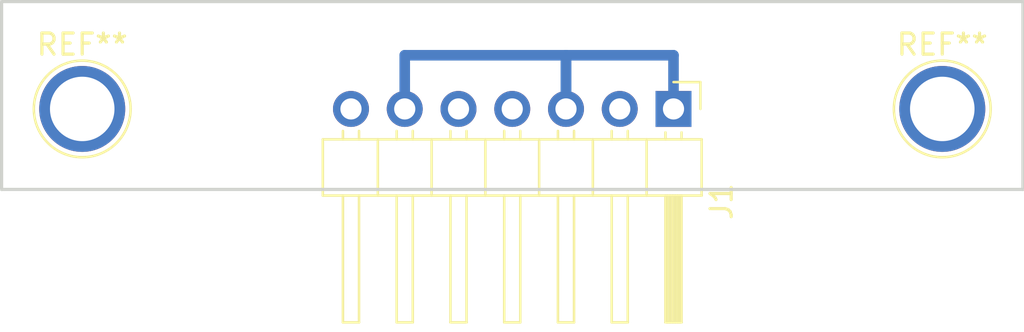
<source format=kicad_pcb>
(kicad_pcb (version 4) (host pcbnew 4.0.7-e2-6376~58~ubuntu16.04.1)

  (general
    (links 2)
    (no_connects 0)
    (area 43.104999 63.424999 91.515001 72.465001)
    (thickness 1.6)
    (drawings 4)
    (tracks 6)
    (zones 0)
    (modules 3)
    (nets 6)
  )

  (page A4)
  (layers
    (0 F.Cu signal)
    (31 B.Cu signal)
    (32 B.Adhes user)
    (33 F.Adhes user)
    (34 B.Paste user)
    (35 F.Paste user)
    (36 B.SilkS user)
    (37 F.SilkS user)
    (38 B.Mask user)
    (39 F.Mask user)
    (40 Dwgs.User user)
    (41 Cmts.User user)
    (42 Eco1.User user)
    (43 Eco2.User user)
    (44 Edge.Cuts user)
    (45 Margin user)
    (46 B.CrtYd user)
    (47 F.CrtYd user)
    (48 B.Fab user)
    (49 F.Fab user)
  )

  (setup
    (last_trace_width 0.5)
    (trace_clearance 0.5)
    (zone_clearance 0.508)
    (zone_45_only no)
    (trace_min 0.2)
    (segment_width 0.2)
    (edge_width 0.15)
    (via_size 1)
    (via_drill 0.4)
    (via_min_size 0.4)
    (via_min_drill 0.3)
    (uvia_size 0.3)
    (uvia_drill 0.1)
    (uvias_allowed no)
    (uvia_min_size 0.2)
    (uvia_min_drill 0.1)
    (pcb_text_width 0.3)
    (pcb_text_size 1.5 1.5)
    (mod_edge_width 0.15)
    (mod_text_size 1 1)
    (mod_text_width 0.15)
    (pad_size 1.524 1.524)
    (pad_drill 0.762)
    (pad_to_mask_clearance 0.2)
    (aux_axis_origin 0 0)
    (visible_elements FFFFFF7F)
    (pcbplotparams
      (layerselection 0x00030_80000001)
      (usegerberextensions false)
      (excludeedgelayer true)
      (linewidth 0.100000)
      (plotframeref false)
      (viasonmask false)
      (mode 1)
      (useauxorigin false)
      (hpglpennumber 1)
      (hpglpenspeed 20)
      (hpglpendiameter 15)
      (hpglpenoverlay 2)
      (psnegative false)
      (psa4output false)
      (plotreference true)
      (plotvalue true)
      (plotinvisibletext false)
      (padsonsilk false)
      (subtractmaskfromsilk false)
      (outputformat 1)
      (mirror false)
      (drillshape 1)
      (scaleselection 1)
      (outputdirectory ""))
  )

  (net 0 "")
  (net 1 /+6V)
  (net 2 /M2B)
  (net 3 /M1B)
  (net 4 /+5V)
  (net 5 /GND)

  (net_class Default "This is the default net class."
    (clearance 0.5)
    (trace_width 0.5)
    (via_dia 1)
    (via_drill 0.4)
    (uvia_dia 0.3)
    (uvia_drill 0.1)
    (add_net /+5V)
    (add_net /+6V)
    (add_net /GND)
    (add_net /M1B)
    (add_net /M2B)
  )

  (module Pin_Headers:Pin_Header_Angled_1x07_Pitch2.54mm (layer F.Cu) (tedit 59650532) (tstamp 59C5F893)
    (at 156.21 101.6 270)
    (descr "Through hole angled pin header, 1x07, 2.54mm pitch, 6mm pin length, single row")
    (tags "Through hole angled pin header THT 1x07 2.54mm single row")
    (path /59C699AD)
    (fp_text reference J1 (at 4.385 -2.27 270) (layer F.SilkS)
      (effects (font (size 1 1) (thickness 0.15)))
    )
    (fp_text value Header (at 4.385 17.51 270) (layer F.Fab)
      (effects (font (size 1 1) (thickness 0.15)))
    )
    (fp_line (start 2.135 -1.27) (end 4.04 -1.27) (layer F.Fab) (width 0.1))
    (fp_line (start 4.04 -1.27) (end 4.04 16.51) (layer F.Fab) (width 0.1))
    (fp_line (start 4.04 16.51) (end 1.5 16.51) (layer F.Fab) (width 0.1))
    (fp_line (start 1.5 16.51) (end 1.5 -0.635) (layer F.Fab) (width 0.1))
    (fp_line (start 1.5 -0.635) (end 2.135 -1.27) (layer F.Fab) (width 0.1))
    (fp_line (start -0.32 -0.32) (end 1.5 -0.32) (layer F.Fab) (width 0.1))
    (fp_line (start -0.32 -0.32) (end -0.32 0.32) (layer F.Fab) (width 0.1))
    (fp_line (start -0.32 0.32) (end 1.5 0.32) (layer F.Fab) (width 0.1))
    (fp_line (start 4.04 -0.32) (end 10.04 -0.32) (layer F.Fab) (width 0.1))
    (fp_line (start 10.04 -0.32) (end 10.04 0.32) (layer F.Fab) (width 0.1))
    (fp_line (start 4.04 0.32) (end 10.04 0.32) (layer F.Fab) (width 0.1))
    (fp_line (start -0.32 2.22) (end 1.5 2.22) (layer F.Fab) (width 0.1))
    (fp_line (start -0.32 2.22) (end -0.32 2.86) (layer F.Fab) (width 0.1))
    (fp_line (start -0.32 2.86) (end 1.5 2.86) (layer F.Fab) (width 0.1))
    (fp_line (start 4.04 2.22) (end 10.04 2.22) (layer F.Fab) (width 0.1))
    (fp_line (start 10.04 2.22) (end 10.04 2.86) (layer F.Fab) (width 0.1))
    (fp_line (start 4.04 2.86) (end 10.04 2.86) (layer F.Fab) (width 0.1))
    (fp_line (start -0.32 4.76) (end 1.5 4.76) (layer F.Fab) (width 0.1))
    (fp_line (start -0.32 4.76) (end -0.32 5.4) (layer F.Fab) (width 0.1))
    (fp_line (start -0.32 5.4) (end 1.5 5.4) (layer F.Fab) (width 0.1))
    (fp_line (start 4.04 4.76) (end 10.04 4.76) (layer F.Fab) (width 0.1))
    (fp_line (start 10.04 4.76) (end 10.04 5.4) (layer F.Fab) (width 0.1))
    (fp_line (start 4.04 5.4) (end 10.04 5.4) (layer F.Fab) (width 0.1))
    (fp_line (start -0.32 7.3) (end 1.5 7.3) (layer F.Fab) (width 0.1))
    (fp_line (start -0.32 7.3) (end -0.32 7.94) (layer F.Fab) (width 0.1))
    (fp_line (start -0.32 7.94) (end 1.5 7.94) (layer F.Fab) (width 0.1))
    (fp_line (start 4.04 7.3) (end 10.04 7.3) (layer F.Fab) (width 0.1))
    (fp_line (start 10.04 7.3) (end 10.04 7.94) (layer F.Fab) (width 0.1))
    (fp_line (start 4.04 7.94) (end 10.04 7.94) (layer F.Fab) (width 0.1))
    (fp_line (start -0.32 9.84) (end 1.5 9.84) (layer F.Fab) (width 0.1))
    (fp_line (start -0.32 9.84) (end -0.32 10.48) (layer F.Fab) (width 0.1))
    (fp_line (start -0.32 10.48) (end 1.5 10.48) (layer F.Fab) (width 0.1))
    (fp_line (start 4.04 9.84) (end 10.04 9.84) (layer F.Fab) (width 0.1))
    (fp_line (start 10.04 9.84) (end 10.04 10.48) (layer F.Fab) (width 0.1))
    (fp_line (start 4.04 10.48) (end 10.04 10.48) (layer F.Fab) (width 0.1))
    (fp_line (start -0.32 12.38) (end 1.5 12.38) (layer F.Fab) (width 0.1))
    (fp_line (start -0.32 12.38) (end -0.32 13.02) (layer F.Fab) (width 0.1))
    (fp_line (start -0.32 13.02) (end 1.5 13.02) (layer F.Fab) (width 0.1))
    (fp_line (start 4.04 12.38) (end 10.04 12.38) (layer F.Fab) (width 0.1))
    (fp_line (start 10.04 12.38) (end 10.04 13.02) (layer F.Fab) (width 0.1))
    (fp_line (start 4.04 13.02) (end 10.04 13.02) (layer F.Fab) (width 0.1))
    (fp_line (start -0.32 14.92) (end 1.5 14.92) (layer F.Fab) (width 0.1))
    (fp_line (start -0.32 14.92) (end -0.32 15.56) (layer F.Fab) (width 0.1))
    (fp_line (start -0.32 15.56) (end 1.5 15.56) (layer F.Fab) (width 0.1))
    (fp_line (start 4.04 14.92) (end 10.04 14.92) (layer F.Fab) (width 0.1))
    (fp_line (start 10.04 14.92) (end 10.04 15.56) (layer F.Fab) (width 0.1))
    (fp_line (start 4.04 15.56) (end 10.04 15.56) (layer F.Fab) (width 0.1))
    (fp_line (start 1.44 -1.33) (end 1.44 16.57) (layer F.SilkS) (width 0.12))
    (fp_line (start 1.44 16.57) (end 4.1 16.57) (layer F.SilkS) (width 0.12))
    (fp_line (start 4.1 16.57) (end 4.1 -1.33) (layer F.SilkS) (width 0.12))
    (fp_line (start 4.1 -1.33) (end 1.44 -1.33) (layer F.SilkS) (width 0.12))
    (fp_line (start 4.1 -0.38) (end 10.1 -0.38) (layer F.SilkS) (width 0.12))
    (fp_line (start 10.1 -0.38) (end 10.1 0.38) (layer F.SilkS) (width 0.12))
    (fp_line (start 10.1 0.38) (end 4.1 0.38) (layer F.SilkS) (width 0.12))
    (fp_line (start 4.1 -0.32) (end 10.1 -0.32) (layer F.SilkS) (width 0.12))
    (fp_line (start 4.1 -0.2) (end 10.1 -0.2) (layer F.SilkS) (width 0.12))
    (fp_line (start 4.1 -0.08) (end 10.1 -0.08) (layer F.SilkS) (width 0.12))
    (fp_line (start 4.1 0.04) (end 10.1 0.04) (layer F.SilkS) (width 0.12))
    (fp_line (start 4.1 0.16) (end 10.1 0.16) (layer F.SilkS) (width 0.12))
    (fp_line (start 4.1 0.28) (end 10.1 0.28) (layer F.SilkS) (width 0.12))
    (fp_line (start 1.11 -0.38) (end 1.44 -0.38) (layer F.SilkS) (width 0.12))
    (fp_line (start 1.11 0.38) (end 1.44 0.38) (layer F.SilkS) (width 0.12))
    (fp_line (start 1.44 1.27) (end 4.1 1.27) (layer F.SilkS) (width 0.12))
    (fp_line (start 4.1 2.16) (end 10.1 2.16) (layer F.SilkS) (width 0.12))
    (fp_line (start 10.1 2.16) (end 10.1 2.92) (layer F.SilkS) (width 0.12))
    (fp_line (start 10.1 2.92) (end 4.1 2.92) (layer F.SilkS) (width 0.12))
    (fp_line (start 1.042929 2.16) (end 1.44 2.16) (layer F.SilkS) (width 0.12))
    (fp_line (start 1.042929 2.92) (end 1.44 2.92) (layer F.SilkS) (width 0.12))
    (fp_line (start 1.44 3.81) (end 4.1 3.81) (layer F.SilkS) (width 0.12))
    (fp_line (start 4.1 4.7) (end 10.1 4.7) (layer F.SilkS) (width 0.12))
    (fp_line (start 10.1 4.7) (end 10.1 5.46) (layer F.SilkS) (width 0.12))
    (fp_line (start 10.1 5.46) (end 4.1 5.46) (layer F.SilkS) (width 0.12))
    (fp_line (start 1.042929 4.7) (end 1.44 4.7) (layer F.SilkS) (width 0.12))
    (fp_line (start 1.042929 5.46) (end 1.44 5.46) (layer F.SilkS) (width 0.12))
    (fp_line (start 1.44 6.35) (end 4.1 6.35) (layer F.SilkS) (width 0.12))
    (fp_line (start 4.1 7.24) (end 10.1 7.24) (layer F.SilkS) (width 0.12))
    (fp_line (start 10.1 7.24) (end 10.1 8) (layer F.SilkS) (width 0.12))
    (fp_line (start 10.1 8) (end 4.1 8) (layer F.SilkS) (width 0.12))
    (fp_line (start 1.042929 7.24) (end 1.44 7.24) (layer F.SilkS) (width 0.12))
    (fp_line (start 1.042929 8) (end 1.44 8) (layer F.SilkS) (width 0.12))
    (fp_line (start 1.44 8.89) (end 4.1 8.89) (layer F.SilkS) (width 0.12))
    (fp_line (start 4.1 9.78) (end 10.1 9.78) (layer F.SilkS) (width 0.12))
    (fp_line (start 10.1 9.78) (end 10.1 10.54) (layer F.SilkS) (width 0.12))
    (fp_line (start 10.1 10.54) (end 4.1 10.54) (layer F.SilkS) (width 0.12))
    (fp_line (start 1.042929 9.78) (end 1.44 9.78) (layer F.SilkS) (width 0.12))
    (fp_line (start 1.042929 10.54) (end 1.44 10.54) (layer F.SilkS) (width 0.12))
    (fp_line (start 1.44 11.43) (end 4.1 11.43) (layer F.SilkS) (width 0.12))
    (fp_line (start 4.1 12.32) (end 10.1 12.32) (layer F.SilkS) (width 0.12))
    (fp_line (start 10.1 12.32) (end 10.1 13.08) (layer F.SilkS) (width 0.12))
    (fp_line (start 10.1 13.08) (end 4.1 13.08) (layer F.SilkS) (width 0.12))
    (fp_line (start 1.042929 12.32) (end 1.44 12.32) (layer F.SilkS) (width 0.12))
    (fp_line (start 1.042929 13.08) (end 1.44 13.08) (layer F.SilkS) (width 0.12))
    (fp_line (start 1.44 13.97) (end 4.1 13.97) (layer F.SilkS) (width 0.12))
    (fp_line (start 4.1 14.86) (end 10.1 14.86) (layer F.SilkS) (width 0.12))
    (fp_line (start 10.1 14.86) (end 10.1 15.62) (layer F.SilkS) (width 0.12))
    (fp_line (start 10.1 15.62) (end 4.1 15.62) (layer F.SilkS) (width 0.12))
    (fp_line (start 1.042929 14.86) (end 1.44 14.86) (layer F.SilkS) (width 0.12))
    (fp_line (start 1.042929 15.62) (end 1.44 15.62) (layer F.SilkS) (width 0.12))
    (fp_line (start -1.27 0) (end -1.27 -1.27) (layer F.SilkS) (width 0.12))
    (fp_line (start -1.27 -1.27) (end 0 -1.27) (layer F.SilkS) (width 0.12))
    (fp_line (start -1.8 -1.8) (end -1.8 17.05) (layer F.CrtYd) (width 0.05))
    (fp_line (start -1.8 17.05) (end 10.55 17.05) (layer F.CrtYd) (width 0.05))
    (fp_line (start 10.55 17.05) (end 10.55 -1.8) (layer F.CrtYd) (width 0.05))
    (fp_line (start 10.55 -1.8) (end -1.8 -1.8) (layer F.CrtYd) (width 0.05))
    (fp_text user %R (at 2.77 7.62 360) (layer F.Fab)
      (effects (font (size 1 1) (thickness 0.15)))
    )
    (pad 1 thru_hole rect (at 0 0 270) (size 1.7 1.7) (drill 1) (layers *.Cu *.Mask)
      (net 1 /+6V))
    (pad 2 thru_hole oval (at 0 2.54 270) (size 1.7 1.7) (drill 1) (layers *.Cu *.Mask)
      (net 2 /M2B))
    (pad 3 thru_hole oval (at 0 5.08 270) (size 1.7 1.7) (drill 1) (layers *.Cu *.Mask)
      (net 1 /+6V))
    (pad 4 thru_hole oval (at 0 7.62 270) (size 1.7 1.7) (drill 1) (layers *.Cu *.Mask)
      (net 3 /M1B))
    (pad 5 thru_hole oval (at 0 10.16 270) (size 1.7 1.7) (drill 1) (layers *.Cu *.Mask)
      (net 4 /+5V))
    (pad 6 thru_hole oval (at 0 12.7 270) (size 1.7 1.7) (drill 1) (layers *.Cu *.Mask)
      (net 1 /+6V))
    (pad 7 thru_hole oval (at 0 15.24 270) (size 1.7 1.7) (drill 1) (layers *.Cu *.Mask)
      (net 5 /GND))
    (model ${KISYS3DMOD}/Pin_Headers.3dshapes/Pin_Header_Angled_1x07_Pitch2.54mm.wrl
      (at (xyz 0 0 0))
      (scale (xyz 1 1 1))
      (rotate (xyz 0 0 0))
    )
  )

  (module Connectors:1pin (layer F.Cu) (tedit 5861332C) (tstamp 59C5FC2F)
    (at 128.27 101.6)
    (descr "module 1 pin (ou trou mecanique de percage)")
    (tags DEV)
    (fp_text reference REF** (at 0 -3.048) (layer F.SilkS)
      (effects (font (size 1 1) (thickness 0.15)))
    )
    (fp_text value 1pin (at 0 3) (layer F.Fab)
      (effects (font (size 1 1) (thickness 0.15)))
    )
    (fp_circle (center 0 0) (end 2 0.8) (layer F.Fab) (width 0.1))
    (fp_circle (center 0 0) (end 2.6 0) (layer F.CrtYd) (width 0.05))
    (fp_circle (center 0 0) (end 0 -2.286) (layer F.SilkS) (width 0.12))
    (pad 1 thru_hole circle (at 0 0) (size 4.064 4.064) (drill 3.048) (layers *.Cu *.Mask))
  )

  (module Connectors:1pin (layer F.Cu) (tedit 5861332C) (tstamp 59C5FC46)
    (at 168.91 101.6)
    (descr "module 1 pin (ou trou mecanique de percage)")
    (tags DEV)
    (fp_text reference REF** (at 0 -3.048) (layer F.SilkS)
      (effects (font (size 1 1) (thickness 0.15)))
    )
    (fp_text value 1pin (at 0 3) (layer F.Fab)
      (effects (font (size 1 1) (thickness 0.15)))
    )
    (fp_circle (center 0 0) (end 2 0.8) (layer F.Fab) (width 0.1))
    (fp_circle (center 0 0) (end 2.6 0) (layer F.CrtYd) (width 0.05))
    (fp_circle (center 0 0) (end 0 -2.286) (layer F.SilkS) (width 0.12))
    (pad 1 thru_hole circle (at 0 0) (size 4.064 4.064) (drill 3.048) (layers *.Cu *.Mask))
  )

  (gr_line (start 124.46 96.52) (end 124.46 105.41) (angle 90) (layer Edge.Cuts) (width 0.15))
  (gr_line (start 172.72 105.41) (end 124.46 105.41) (angle 90) (layer Edge.Cuts) (width 0.15))
  (gr_line (start 172.72 96.52) (end 172.72 105.41) (angle 90) (layer Edge.Cuts) (width 0.15))
  (gr_line (start 124.46 96.52) (end 172.72 96.52) (angle 90) (layer Edge.Cuts) (width 0.15))

  (segment (start 156.21 101.6) (end 156.21 99.06) (width 0.5) (layer B.Cu) (net 1))
  (segment (start 156.21 99.06) (end 151.13 99.06) (width 0.5) (layer B.Cu) (net 1) (tstamp 59C5FA60))
  (segment (start 151.13 99.06) (end 151.13 101.6) (width 0.5) (layer B.Cu) (net 1) (tstamp 59C5FA64))
  (segment (start 151.13 101.6) (end 151.13 99.06) (width 0.5) (layer B.Cu) (net 1) (tstamp 59C5FA65))
  (segment (start 151.13 99.06) (end 143.51 99.06) (width 0.5) (layer B.Cu) (net 1) (tstamp 59C5FA66))
  (segment (start 143.51 99.06) (end 143.51 101.6) (width 0.5) (layer B.Cu) (net 1) (tstamp 59C5FA69))

)

</source>
